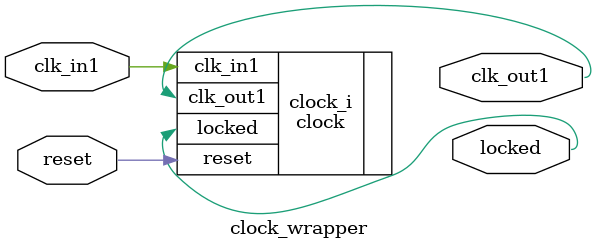
<source format=v>
`timescale 1 ps / 1 ps

module clock_wrapper
   (clk_in1,
    clk_out1,
    locked,
    reset);
  input clk_in1;
  output clk_out1;
  output locked;
  input reset;

  wire clk_in1;
  wire clk_out1;
  wire locked;
  wire reset;

  clock clock_i
       (.clk_in1(clk_in1),
        .clk_out1(clk_out1),
        .locked(locked),
        .reset(reset));
endmodule

</source>
